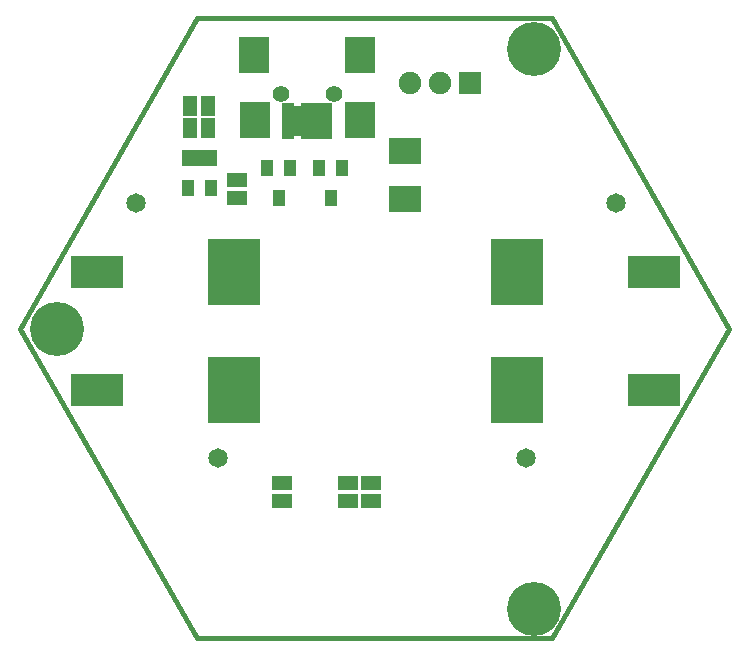
<source format=gts>
G04 (created by PCBNEW-RS274X (2010-03-14)-final) date Fri 27 Jul 2012 10:12:24 MSK*
G01*
G70*
G90*
%MOIN*%
G04 Gerber Fmt 3.4, Leading zero omitted, Abs format*
%FSLAX34Y34*%
G04 APERTURE LIST*
%ADD10C,0.001000*%
%ADD11C,0.015000*%
%ADD12R,0.044000X0.055000*%
%ADD13R,0.045000X0.065000*%
%ADD14R,0.065000X0.045000*%
%ADD15R,0.106600X0.090900*%
%ADD16R,0.075000X0.075000*%
%ADD17C,0.075000*%
%ADD18C,0.180000*%
%ADD19R,0.177400X0.110500*%
%ADD20R,0.177400X0.220700*%
%ADD21C,0.065000*%
%ADD22R,0.039600X0.120000*%
%ADD23R,0.098700X0.118400*%
%ADD24R,0.037000X0.100000*%
%ADD25C,0.055400*%
G04 APERTURE END LIST*
G54D10*
G54D11*
X45400Y-39699D02*
X51305Y-29331D01*
X51305Y-50000D02*
X45400Y-39699D01*
X63116Y-50000D02*
X51305Y-50000D01*
X69022Y-39699D02*
X63116Y-50000D01*
X63116Y-29331D02*
X69022Y-39699D01*
X51305Y-29331D02*
X63116Y-29331D01*
G54D12*
X51749Y-35000D03*
X50999Y-35000D03*
X50999Y-34000D03*
X51374Y-34000D03*
X51749Y-34000D03*
G54D13*
X51074Y-33000D03*
X51674Y-33000D03*
G54D14*
X52638Y-34739D03*
X52638Y-35339D03*
G54D13*
X51674Y-32250D03*
X51074Y-32250D03*
G54D14*
X57087Y-45418D03*
X57087Y-44818D03*
G54D15*
X58228Y-33777D03*
X58228Y-35357D03*
G54D16*
X60409Y-31496D03*
G54D17*
X59409Y-31496D03*
X58409Y-31496D03*
G54D12*
X53641Y-34342D03*
X54391Y-34342D03*
X54016Y-35342D03*
X55373Y-34342D03*
X56123Y-34342D03*
X55748Y-35342D03*
G54D14*
X54134Y-45418D03*
X54134Y-44818D03*
X56338Y-45418D03*
X56338Y-44818D03*
G54D18*
X62520Y-30354D03*
X46614Y-39685D03*
X62520Y-49016D03*
G54D19*
X66535Y-37795D03*
G54D20*
X61968Y-37795D03*
G54D19*
X47953Y-37795D03*
G54D20*
X52520Y-37795D03*
G54D19*
X47953Y-41732D03*
G54D20*
X52520Y-41732D03*
G54D19*
X66535Y-41732D03*
G54D20*
X61968Y-41732D03*
G54D21*
X62250Y-44000D03*
X52000Y-44000D03*
X49250Y-35500D03*
X65250Y-35500D03*
G54D22*
X54966Y-32774D03*
X55280Y-32774D03*
X54337Y-32774D03*
G54D23*
X56737Y-30569D03*
X56737Y-32734D03*
X53195Y-30569D03*
X53234Y-32734D03*
G54D24*
X54652Y-32750D03*
G54D25*
X55855Y-31875D03*
X54102Y-31875D03*
G54D22*
X55595Y-32774D03*
M02*

</source>
